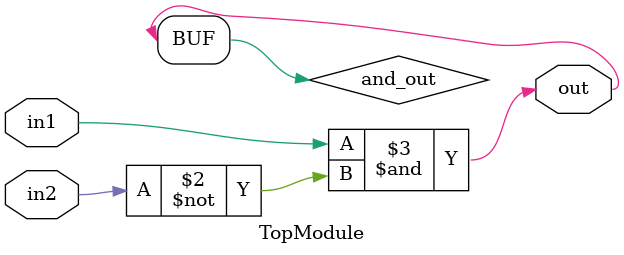
<source format=sv>
module TopModule (
    input logic in1,
    input logic in2,
    output logic out
);
    logic and_out;

    // Combinational logic with inverted in2
    always @(*) begin
        and_out = in1 & ~in2; // AND gate with bubble on in2
    end

    // Assign the output
    assign out = and_out;

endmodule
</source>
